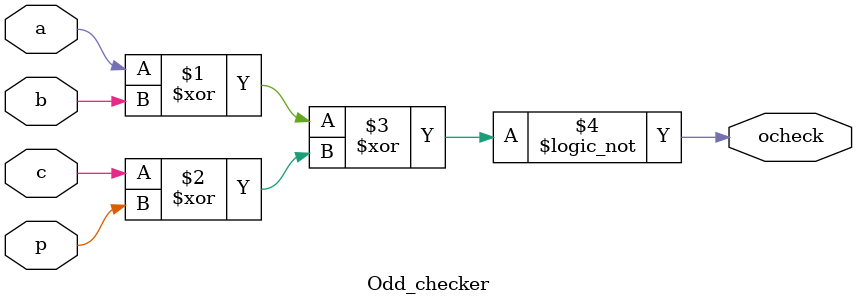
<source format=v>
`timescale 1ns / 1ps

module Odd_checker(
    input a,b,c,p,
    output ocheck
    );
    
    assign ocheck= !((a^b)^(c^p));
endmodule

</source>
